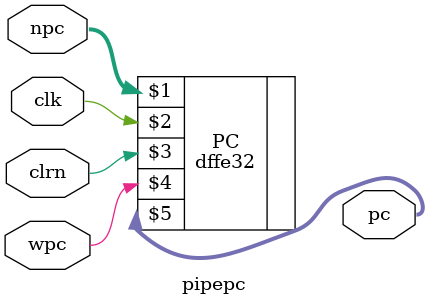
<source format=v>
module pipepc(npc, clk, clrn, wpc, pc);
  input       clk, wpc, clrn;
  input       [31:0] npc;
  output      [31:0] pc;
  dffe32 PC(npc, clk, clrn, wpc, pc);
  
endmodule
</source>
